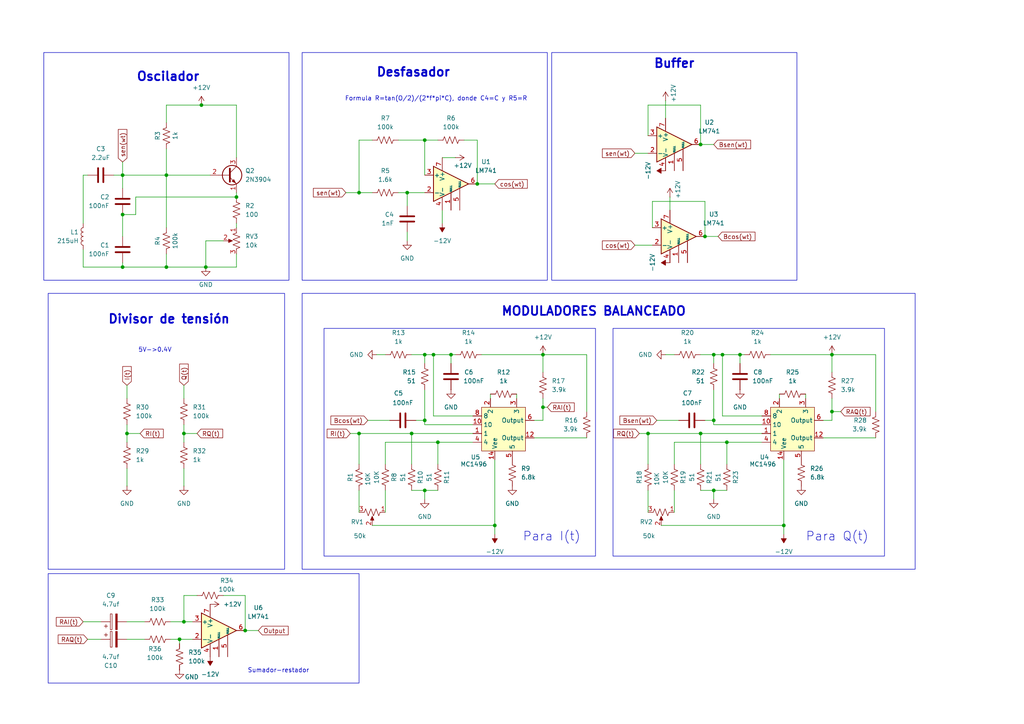
<source format=kicad_sch>
(kicad_sch (version 20250114) (generator "eeschema") (generator_version "9.0")
  (paper "A4")
  (title_block (title "QAM práctica laboratorio 3") (company "Universidad Distrital Francisco José de Caldas") (comment 1 "Luis Angel Camargo Guzman - 20221005086") (comment 2 "Joan Sebastian Ramos Cuervo - 20221005091") (comment 3 "Cristian Francisco Enciso"))
  (lib_symbols
    (symbol "Amplifier_Operational:LM741" (pin_names (offset 0.127))
      (property "Reference" "U" (at 0 6.35 0))
      (property "Value" "LM741" (at 0 3.81 0))
      (symbol "LM741_0_1"
        (polyline (pts (xy -5.08 5.08) (xy 5.08 0) (xy -5.08 -5.08) (xy -5.08 5.08)) (stroke (width 0.254)) (fill (type background)))
      )
      (symbol "LM741_1_1"
        (pin input line (at -7.62 2.54 0) (length 2.54) (name "+") (number "3"))
        (pin input line (at -7.62 -2.54 0) (length 2.54) (name "-") (number "2"))
        (pin power_in line (at -2.54 7.62 270) (length 3.81) (name "V+") (number "7"))
        (pin power_in line (at -2.54 -7.62 90) (length 3.81) (name "V-") (number "4"))
        (pin no_connect line (at 0 2.54 270) (length 2.54) (hide yes) (name "NC") (number "8"))
        (pin input line (at 0 -7.62 90) (length 5.08) (name "NULL") (number "1"))
        (pin input line (at 2.54 -7.62 90) (length 6.35) (name "NULL") (number "5"))
        (pin output line (at 7.62 0 180) (length 2.54) (name "~") (number "6"))
      )
    )
    (symbol "Device:C" (pin_numbers (hide yes)) (pin_names (offset 0.254))
      (property "Reference" "C" (at 0.635 2.54 0))
      (property "Value" "C" (at 0.635 -2.54 0))
      (symbol "C_0_1"
        (polyline (pts (xy -2.032 0.762) (xy 2.032 0.762)) (stroke (width 0.508)))
        (polyline (pts (xy -2.032 -0.762) (xy 2.032 -0.762)) (stroke (width 0.508)))
      )
      (symbol "C_1_1"
        (pin passive line (at 0 3.81 270) (length 2.794) (name "~") (number "1"))
        (pin passive line (at 0 -3.81 90) (length 2.794) (name "~") (number "2"))
      )
    )
    (symbol "Device:C_Polarized" (pin_numbers (hide yes)) (pin_names (offset 0.254))
      (property "Reference" "C" (at 0.635 2.54 0))
      (property "Value" "C_Polarized" (at 0.635 -2.54 0))
      (symbol "C_Polarized_0_1"
        (rectangle (start -2.286 0.508) (end 2.286 1.016))
        (polyline (pts (xy -1.778 2.286) (xy -0.762 2.286)))
        (polyline (pts (xy -1.27 2.794) (xy -1.27 1.778)))
        (rectangle (start 2.286 -0.508) (end -2.286 -1.016) (fill (type outline)))
      )
      (symbol "C_Polarized_1_1"
        (pin passive line (at 0 3.81 270) (length 2.794) (name "~") (number "1"))
        (pin passive line (at 0 -3.81 90) (length 2.794) (name "~") (number "2"))
      )
    )
    (symbol "Device:L" (pin_numbers (hide yes)) (pin_names (offset 1.016) (hide yes))
      (property "Reference" "L" (at -1.27 0 90))
      (property "Value" "L" (at 1.905 0 90))
      (symbol "L_0_1"
        (arc (start 0 2.54) (mid 0.6323 1.905) (end 0 1.27))
        (arc (start 0 1.27) (mid 0.6323 0.635) (end 0 0))
        (arc (start 0 0) (mid 0.6323 -0.635) (end 0 -1.27))
        (arc (start 0 -1.27) (mid 0.6323 -1.905) (end 0 -2.54))
      )
      (symbol "L_1_1"
        (pin passive line (at 0 3.81 270) (length 1.27) (name "1") (number "1"))
        (pin passive line (at 0 -3.81 90) (length 1.27) (name "2") (number "2"))
      )
    )
    (symbol "Device:R_Potentiometer_US" (pin_names (offset 1.016) (hide yes))
      (property "Reference" "RV" (at -4.445 0 90))
      (property "Value" "R_Potentiometer_US" (at -2.54 0 90))
      (symbol "R_Potentiometer_US_0_1"
        (polyline (pts (xy 0 2.54) (xy 0 2.286)))
        (polyline (pts (xy 0 2.286) (xy 1.016 1.905) (xy 0 1.524) (xy -1.016 1.143) (xy 0 0.762)))
        (polyline (pts (xy 0 0.762) (xy 1.016 0.381) (xy 0 0) (xy -1.016 -0.381) (xy 0 -0.762)))
        (polyline (pts (xy 0 -0.762) (xy 1.016 -1.143) (xy 0 -1.524) (xy -1.016 -1.905) (xy 0 -2.286)))
        (polyline (pts (xy 0 -2.286) (xy 0 -2.54)))
        (polyline (pts (xy 1.143 0) (xy 2.286 0.508) (xy 2.286 -0.508) (xy 1.143 0)) (fill (type outline)))
        (polyline (pts (xy 2.54 0) (xy 1.524 0)))
      )
      (symbol "R_Potentiometer_US_1_1"
        (pin passive line (at 0 3.81 270) (length 1.27) (name "1") (number "1"))
        (pin passive line (at 0 -3.81 90) (length 1.27) (name "3") (number "3"))
        (pin passive line (at 3.81 0 180) (length 1.27) (name "2") (number "2"))
      )
    )
    (symbol "Device:R_US" (pin_numbers (hide yes)) (pin_names (offset 0))
      (property "Reference" "R" (at 2.54 0 90))
      (property "Value" "R_US" (at -2.54 0 90))
      (symbol "R_US_0_1"
        (polyline (pts (xy 0 2.286) (xy 0 2.54)))
        (polyline (pts (xy 0 2.286) (xy 1.016 1.905) (xy 0 1.524) (xy -1.016 1.143) (xy 0 0.762)))
        (polyline (pts (xy 0 0.762) (xy 1.016 0.381) (xy 0 0) (xy -1.016 -0.381) (xy 0 -0.762)))
        (polyline (pts (xy 0 -0.762) (xy 1.016 -1.143) (xy 0 -1.524) (xy -1.016 -1.905) (xy 0 -2.286)))
        (polyline (pts (xy 0 -2.286) (xy 0 -2.54)))
      )
      (symbol "R_US_1_1"
        (pin passive line (at 0 3.81 270) (length 1.27) (name "~") (number "1"))
        (pin passive line (at 0 -3.81 90) (length 1.27) (name "~") (number "2"))
      )
    )
    (symbol "Transistor_BJT:2N3904" (pin_names (offset 0) (hide yes))
      (property "Reference" "Q" (at 5.08 1.905 0))
      (property "Value" "2N3904" (at 5.08 0 0))
      (symbol "2N3904_0_1"
        (polyline (pts (xy -2.54 0) (xy 0.635 0)))
        (polyline (pts (xy 0.635 1.905) (xy 0.635 -1.905)) (stroke (width 0.508)))
        (circle (center 1.27 0) (radius 2.8194) (stroke (width 0.254)))
      )
      (symbol "2N3904_1_1"
        (polyline (pts (xy 0.635 0.635) (xy 2.54 2.54)))
        (polyline (pts (xy 0.635 -0.635) (xy 2.54 -2.54)))
        (polyline (pts (xy 1.27 -1.778) (xy 1.778 -1.27) (xy 2.286 -2.286) (xy 1.27 -1.778)) (fill (type outline)))
        (pin input line (at -5.08 0 0) (length 2.54) (name "B") (number "2"))
        (pin passive line (at 2.54 5.08 270) (length 2.54) (name "C") (number "3"))
        (pin passive line (at 2.54 -5.08 90) (length 2.54) (name "E") (number "1"))
      )
    )
    (symbol "otros_componentes:MC1429_square"
      (property "Reference" "U5" (at 7.62 -15.1698 0))
      (property "Value" "MC1496" (at -3.302 -24.384 0))
      (symbol "MC1429_square_1_1"
        (rectangle (start -10.16 -17.78) (end 2.54 -30.48) (fill (type background)))
        (pin input line (at -12.7 -20.32 0) (length 2.54) (name "8") (number "8"))
        (pin input line (at -12.7 -22.86 0) (length 2.54) (name "10") (number "10"))
        (pin input line (at -12.7 -25.4 0) (length 2.54) (name "1") (number "1"))
        (pin input line (at -12.7 -27.94 0) (length 2.54) (name "4") (number "4"))
        (pin input line (at -7.62 -15.24 270) (length 2.54) (name "2") (number "2"))
        (pin power_in line (at -6.35 -33.02 90) (length 2.54) (name "Vee") (number "14"))
        (pin input line (at -1.27 -33.02 90) (length 2.54) (name "5") (number "5"))
        (pin input line (at 0 -15.24 270) (length 2.54) (name "3") (number "3"))
        (pin output line (at 5.08 -21.59 180) (length 2.54) (name "Output") (number "6"))
        (pin output line (at 5.08 -26.67 180) (length 2.54) (name "Output") (number "12"))
      )
    )
    (symbol "power:+12V" (power) (pin_numbers (hide yes)) (pin_names (offset 0) (hide yes))
      (property "Value" "+12V" (at 0 3.556 0))
      (symbol "+12V_0_1"
        (polyline (pts (xy -0.762 1.27) (xy 0 2.54)))
        (polyline (pts (xy 0 2.54) (xy 0.762 1.27)))
        (polyline (pts (xy 0 0) (xy 0 2.54)))
      )
      (symbol "+12V_1_1"
        (pin power_in line (at 0 0 90) (length 0) (name "~") (number "1"))
      )
    )
    (symbol "power:-12V" (power) (pin_numbers (hide yes)) (pin_names (offset 0) (hide yes))
      (property "Value" "-12V" (at 0 3.556 0))
      (symbol "-12V_0_0"
        (pin power_in line (at 0 0 90) (length 0) (name "~") (number "1"))
      )
      (symbol "-12V_0_1"
        (polyline (pts (xy 0 0) (xy 0 1.27) (xy 0.762 1.27) (xy 0 2.54) (xy -0.762 1.27) (xy 0 1.27)) (fill (type outline)))
      )
    )
    (symbol "power:GND" (power) (pin_numbers (hide yes)) (pin_names (offset 0) (hide yes))
      (property "Value" "GND" (at 0 -3.81 0))
      (symbol "GND_0_1"
        (polyline (pts (xy 0 0) (xy 0 -1.27) (xy 1.27 -1.27) (xy 0 -2.54) (xy -1.27 -1.27) (xy 0 -1.27)))
      )
      (symbol "GND_1_1"
        (pin power_in line (at 0 0 270) (length 0) (name "~") (number "1"))
      )
    )
  )
  (rectangle (start 87.63 85.09) (end 265.43 165.1))
  (rectangle (start 12.7 15.24) (end 83.82 81.28))
  (rectangle (start 87.63 15.24) (end 158.75 81.28))
  (rectangle (start 177.8 95.25) (end 256.54 161.29))
  (rectangle (start 160.02 15.24) (end 231.14 81.28))
  (rectangle (start 93.98 95.25) (end 172.72 161.29))
  (rectangle (start 13.97 166.37) (end 104.14 198.12))
  (rectangle (start 13.97 85.09) (end 82.55 165.1))
  (text "5V->0.4V" (at 44.958 101.6 0) (effects (font (size 1.27 1.27))))
  (text "Formula R=tan(O/2)/(2*f*pi*C), donde C4=C y R5=R" (at 126.492 28.702 0) (effects (font (size 1.27 1.27))))
  (text "Divisor de tensión\n" (at 49.022 92.71 0) (effects (font (size 2.54 2.54) (thickness 0.508) (bold yes))))
  (text "MODULADORES BALANCEADO" (at 172.212 90.424 0) (effects (font (size 2.54 2.54) (thickness 0.508) (bold yes))))
  (text "Para I(t)\n" (at 160.02 155.702 0) (effects (font (size 2.54 2.54))))
  (text "Buffer" (at 195.58 18.542 0) (effects (font (size 2.54 2.54) (thickness 0.508) (bold yes))))
  (text "Oscilador\n" (at 48.768 22.352 0) (effects (font (size 2.54 2.54) (thickness 0.508) (bold yes))))
  (text "Sumador-restador" (at 80.772 194.564 0) (effects (font (size 1.27 1.27))))
  (text "Desfasador" (at 119.888 21.082 0) (effects (font (size 2.54 2.54) (thickness 0.508) (bold yes))))
  (text "Para Q(t)\n" (at 242.824 155.702 0) (effects (font (size 2.54 2.54))))
  (junction (at 209.55 102.87))
  (junction (at 125.73 102.87))
  (junction (at 203.2 41.91))
  (junction (at 104.14 125.73))
  (junction (at 71.12 182.88))
  (junction (at 214.63 102.87))
  (junction (at 210.82 128.27))
  (junction (at 52.07 185.42))
  (junction (at 138.43 53.34))
  (junction (at 157.48 118.11))
  (junction (at 104.14 55.88))
  (junction (at 203.2 125.73))
  (junction (at 143.51 152.4))
  (junction (at 157.48 102.87))
  (junction (at 35.56 62.23))
  (junction (at 59.69 77.47))
  (junction (at 35.56 77.47))
  (junction (at 204.47 68.58))
  (junction (at 53.34 125.73))
  (junction (at 207.01 121.92))
  (junction (at 130.81 102.87))
  (junction (at 207.01 102.87))
  (junction (at 187.96 125.73))
  (junction (at 123.19 40.64))
  (junction (at 123.19 102.87))
  (junction (at 241.3 119.38))
  (junction (at 68.58 57.15))
  (junction (at 123.19 121.92))
  (junction (at 227.33 152.4))
  (junction (at 119.38 125.73))
  (junction (at 241.3 102.87))
  (junction (at 48.26 50.8))
  (junction (at 123.19 142.24))
  (junction (at 48.26 77.47))
  (junction (at 35.56 50.8))
  (junction (at 127 128.27))
  (junction (at 207.01 142.24))
  (junction (at 118.11 55.88))
  (junction (at 36.83 125.73))
  (junction (at 53.34 180.34))
  (junction (at 58.42 30.48))
  (wire (pts (xy 207.01 123.19) (xy 220.98 123.19)))
  (wire (pts (xy 115.57 40.64) (xy 123.19 40.64)))
  (wire (pts (xy 53.34 123.19) (xy 53.34 125.73)))
  (wire (pts (xy 128.27 60.96) (xy 128.27 64.77)))
  (wire (pts (xy 191.77 152.4) (xy 227.33 152.4)))
  (wire (pts (xy 68.58 64.77) (xy 68.58 66.04)))
  (wire (pts (xy 123.19 113.03) (xy 123.19 121.92)))
  (wire (pts (xy 115.57 55.88) (xy 118.11 55.88)))
  (wire (pts (xy 57.15 172.72) (xy 53.34 172.72)))
  (wire (pts (xy 203.2 125.73) (xy 220.98 125.73)))
  (wire (pts (xy 36.83 123.19) (xy 36.83 125.73)))
  (wire (pts (xy 64.77 172.72) (xy 71.12 172.72)))
  (wire (pts (xy 53.34 125.73) (xy 57.15 125.73)))
  (wire (pts (xy 71.12 182.88) (xy 74.93 182.88)))
  (wire (pts (xy 35.56 50.8) (xy 35.56 54.61)))
  (wire (pts (xy 39.37 57.15) (xy 68.58 57.15)))
  (wire (pts (xy 193.04 29.21) (xy 193.04 34.29)))
  (wire (pts (xy 48.26 30.48) (xy 58.42 30.48)))
  (wire (pts (xy 36.83 125.73) (xy 40.64 125.73)))
  (wire (pts (xy 123.19 121.92) (xy 123.19 123.19)))
  (wire (pts (xy 226.06 114.3) (xy 226.06 115.57)))
  (wire (pts (xy 139.7 102.87) (xy 157.48 102.87)))
  (wire (pts (xy 170.18 119.38) (xy 170.18 102.87)))
  (wire (pts (xy 48.26 77.47) (xy 59.69 77.47)))
  (wire (pts (xy 157.48 121.92) (xy 154.94 121.92)))
  (wire (pts (xy 59.69 77.47) (xy 68.58 77.47)))
  (wire (pts (xy 143.51 154.94) (xy 143.51 152.4)))
  (wire (pts (xy 187.96 142.24) (xy 187.96 148.59)))
  (wire (pts (xy 123.19 142.24) (xy 123.19 144.78)))
  (wire (pts (xy 104.14 125.73) (xy 119.38 125.73)))
  (wire (pts (xy 220.98 120.65) (xy 209.55 120.65)))
  (wire (pts (xy 125.73 102.87) (xy 130.81 102.87)))
  (wire (pts (xy 220.98 128.27) (xy 210.82 128.27)))
  (wire (pts (xy 58.42 30.48) (xy 68.58 30.48)))
  (wire (pts (xy 210.82 128.27) (xy 195.58 128.27)))
  (wire (pts (xy 187.96 30.48) (xy 203.2 30.48)))
  (wire (pts (xy 241.3 115.57) (xy 241.3 119.38)))
  (wire (pts (xy 24.13 180.34) (xy 29.21 180.34)))
  (wire (pts (xy 36.83 135.89) (xy 36.83 140.97)))
  (wire (pts (xy 35.56 76.2) (xy 35.56 77.47)))
  (wire (pts (xy 39.37 62.23) (xy 39.37 57.15)))
  (wire (pts (xy 194.31 57.15) (xy 194.31 60.96)))
  (wire (pts (xy 100.33 55.88) (xy 104.14 55.88)))
  (wire (pts (xy 59.69 69.85) (xy 59.69 77.47)))
  (wire (pts (xy 53.34 180.34) (xy 55.88 180.34)))
  (wire (pts (xy 24.13 50.8) (xy 24.13 64.77)))
  (wire (pts (xy 157.48 102.87) (xy 157.48 107.95)))
  (wire (pts (xy 189.23 66.04) (xy 189.23 58.42)))
  (wire (pts (xy 119.38 125.73) (xy 137.16 125.73)))
  (wire (pts (xy 111.76 128.27) (xy 111.76 134.62)))
  (wire (pts (xy 123.19 102.87) (xy 119.38 102.87)))
  (wire (pts (xy 134.62 40.64) (xy 138.43 40.64)))
  (wire (pts (xy 104.14 40.64) (xy 104.14 55.88)))
  (wire (pts (xy 104.14 142.24) (xy 104.14 148.59)))
  (wire (pts (xy 214.63 105.41) (xy 214.63 102.87)))
  (wire (pts (xy 107.95 152.4) (xy 143.51 152.4)))
  (wire (pts (xy 158.75 118.11) (xy 157.48 118.11)))
  (wire (pts (xy 243.84 119.38) (xy 241.3 119.38)))
  (wire (pts (xy 109.22 102.87) (xy 111.76 102.87)))
  (wire (pts (xy 204.47 58.42) (xy 204.47 68.58)))
  (wire (pts (xy 33.02 50.8) (xy 35.56 50.8)))
  (wire (pts (xy 207.01 142.24) (xy 207.01 144.78)))
  (wire (pts (xy 203.2 30.48) (xy 203.2 41.91)))
  (wire (pts (xy 25.4 50.8) (xy 24.13 50.8)))
  (wire (pts (xy 52.07 185.42) (xy 52.07 186.69)))
  (wire (pts (xy 104.14 134.62) (xy 104.14 125.73)))
  (wire (pts (xy 193.04 102.87) (xy 195.58 102.87)))
  (wire (pts (xy 143.51 133.35) (xy 143.51 152.4)))
  (wire (pts (xy 207.01 113.03) (xy 207.01 121.92)))
  (wire (pts (xy 157.48 118.11) (xy 157.48 121.92)))
  (wire (pts (xy 204.47 68.58) (xy 208.28 68.58)))
  (wire (pts (xy 48.26 50.8) (xy 48.26 66.04)))
  (wire (pts (xy 130.81 102.87) (xy 132.08 102.87)))
  (wire (pts (xy 154.94 127) (xy 170.18 127)))
  (wire (pts (xy 53.34 125.73) (xy 53.34 128.27)))
  (wire (pts (xy 203.2 125.73) (xy 203.2 134.62)))
  (wire (pts (xy 35.56 50.8) (xy 48.26 50.8)))
  (wire (pts (xy 68.58 55.88) (xy 68.58 57.15)))
  (wire (pts (xy 187.96 134.62) (xy 187.96 125.73)))
  (wire (pts (xy 157.48 115.57) (xy 157.48 118.11)))
  (wire (pts (xy 104.14 55.88) (xy 107.95 55.88)))
  (wire (pts (xy 52.07 185.42) (xy 55.88 185.42)))
  (wire (pts (xy 48.26 50.8) (xy 60.96 50.8)))
  (wire (pts (xy 123.19 50.8) (xy 123.19 40.64)))
  (wire (pts (xy 241.3 102.87) (xy 254 102.87)))
  (wire (pts (xy 210.82 128.27) (xy 210.82 134.62)))
  (wire (pts (xy 137.16 128.27) (xy 127 128.27)))
  (wire (pts (xy 118.11 55.88) (xy 118.11 59.69)))
  (wire (pts (xy 190.5 121.92) (xy 196.85 121.92)))
  (wire (pts (xy 214.63 102.87) (xy 215.9 102.87)))
  (wire (pts (xy 119.38 125.73) (xy 119.38 134.62)))
  (wire (pts (xy 120.65 121.92) (xy 123.19 121.92)))
  (wire (pts (xy 104.14 40.64) (xy 107.95 40.64)))
  (wire (pts (xy 68.58 30.48) (xy 68.58 45.72)))
  (wire (pts (xy 36.83 125.73) (xy 36.83 128.27)))
  (wire (pts (xy 35.56 62.23) (xy 39.37 62.23)))
  (wire (pts (xy 142.24 114.3) (xy 142.24 115.57)))
  (wire (pts (xy 123.19 40.64) (xy 127 40.64)))
  (wire (pts (xy 138.43 53.34) (xy 143.51 53.34)))
  (wire (pts (xy 132.08 45.72) (xy 128.27 45.72)))
  (wire (pts (xy 48.26 43.18) (xy 48.26 50.8)))
  (wire (pts (xy 209.55 102.87) (xy 214.63 102.87)))
  (wire (pts (xy 149.86 114.3) (xy 149.86 115.57)))
  (wire (pts (xy 241.3 121.92) (xy 238.76 121.92)))
  (wire (pts (xy 227.33 133.35) (xy 227.33 152.4)))
  (wire (pts (xy 207.01 102.87) (xy 207.01 105.41)))
  (wire (pts (xy 207.01 142.24) (xy 210.82 142.24)))
  (wire (pts (xy 204.47 121.92) (xy 207.01 121.92)))
  (wire (pts (xy 207.01 102.87) (xy 203.2 102.87)))
  (wire (pts (xy 223.52 102.87) (xy 241.3 102.87)))
  (wire (pts (xy 241.3 119.38) (xy 241.3 121.92)))
  (wire (pts (xy 241.3 102.87) (xy 241.3 107.95)))
  (wire (pts (xy 187.96 39.37) (xy 187.96 30.48)))
  (wire (pts (xy 68.58 73.66) (xy 68.58 77.47)))
  (wire (pts (xy 184.15 44.45) (xy 187.96 44.45)))
  (wire (pts (xy 35.56 77.47) (xy 48.26 77.47)))
  (wire (pts (xy 53.34 135.89) (xy 53.34 140.97)))
  (wire (pts (xy 207.01 121.92) (xy 207.01 123.19)))
  (wire (pts (xy 35.56 62.23) (xy 35.56 68.58)))
  (wire (pts (xy 101.6 125.73) (xy 104.14 125.73)))
  (wire (pts (xy 24.13 77.47) (xy 35.56 77.47)))
  (wire (pts (xy 118.11 69.85) (xy 118.11 67.31)))
  (wire (pts (xy 233.68 114.3) (xy 233.68 115.57)))
  (wire (pts (xy 118.11 55.88) (xy 123.19 55.88)))
  (wire (pts (xy 138.43 40.64) (xy 138.43 53.34)))
  (wire (pts (xy 24.13 72.39) (xy 24.13 77.47)))
  (wire (pts (xy 184.15 71.12) (xy 189.23 71.12)))
  (wire (pts (xy 238.76 127) (xy 254 127)))
  (wire (pts (xy 125.73 102.87) (xy 123.19 102.87)))
  (wire (pts (xy 195.58 142.24) (xy 195.58 148.59)))
  (wire (pts (xy 189.23 58.42) (xy 204.47 58.42)))
  (wire (pts (xy 137.16 120.65) (xy 125.73 120.65)))
  (wire (pts (xy 48.26 30.48) (xy 48.26 35.56)))
  (wire (pts (xy 127 128.27) (xy 111.76 128.27)))
  (wire (pts (xy 127 128.27) (xy 127 134.62)))
  (wire (pts (xy 36.83 180.34) (xy 41.91 180.34)))
  (wire (pts (xy 36.83 111.76) (xy 36.83 115.57)))
  (wire (pts (xy 36.83 185.42) (xy 41.91 185.42)))
  (wire (pts (xy 125.73 120.65) (xy 125.73 102.87)))
  (wire (pts (xy 123.19 142.24) (xy 127 142.24)))
  (wire (pts (xy 53.34 172.72) (xy 53.34 180.34)))
  (wire (pts (xy 71.12 172.72) (xy 71.12 182.88)))
  (wire (pts (xy 49.53 185.42) (xy 52.07 185.42)))
  (wire (pts (xy 25.4 185.42) (xy 29.21 185.42)))
  (wire (pts (xy 119.38 142.24) (xy 123.19 142.24)))
  (wire (pts (xy 227.33 154.94) (xy 227.33 152.4)))
  (wire (pts (xy 254 119.38) (xy 254 102.87)))
  (wire (pts (xy 185.42 125.73) (xy 187.96 125.73)))
  (wire (pts (xy 64.77 69.85) (xy 59.69 69.85)))
  (wire (pts (xy 157.48 102.87) (xy 170.18 102.87)))
  (wire (pts (xy 130.81 105.41) (xy 130.81 102.87)))
  (wire (pts (xy 35.56 46.99) (xy 35.56 50.8)))
  (wire (pts (xy 106.68 121.92) (xy 113.03 121.92)))
  (wire (pts (xy 123.19 123.19) (xy 137.16 123.19)))
  (wire (pts (xy 49.53 180.34) (xy 53.34 180.34)))
  (wire (pts (xy 203.2 41.91) (xy 207.01 41.91)))
  (wire (pts (xy 123.19 102.87) (xy 123.19 105.41)))
  (wire (pts (xy 48.26 73.66) (xy 48.26 77.47)))
  (wire (pts (xy 111.76 142.24) (xy 111.76 148.59)))
  (wire (pts (xy 195.58 128.27) (xy 195.58 134.62)))
  (wire (pts (xy 187.96 125.73) (xy 203.2 125.73)))
  (wire (pts (xy 53.34 111.76) (xy 53.34 115.57)))
  (wire (pts (xy 203.2 142.24) (xy 207.01 142.24)))
  (wire (pts (xy 209.55 120.65) (xy 209.55 102.87)))
  (wire (pts (xy 209.55 102.87) (xy 207.01 102.87)))
  (global_label "sen(wt)" (shape input) (at 35.56 46.99 90) (property "Intersheetrefs" "${INTERSHEET_REFS}" (effects (hide yes))))
  (global_label "Q(t)" (shape input) (at 53.34 111.76 90) (property "Intersheetrefs" "${INTERSHEET_REFS}" (effects (hide yes))))
  (global_label "cos(wt)" (shape input) (at 143.51 53.34 0) (property "Intersheetrefs" "${INTERSHEET_REFS}" (effects (hide yes))))
  (global_label "Bcos(wt)" (shape input) (at 106.68 121.92 180) (property "Intersheetrefs" "${INTERSHEET_REFS}" (effects (hide yes))))
  (global_label "I(t)" (shape input) (at 36.83 111.76 90) (property "Intersheetrefs" "${INTERSHEET_REFS}" (effects (hide yes))))
  (global_label "sen(wt)" (shape input) (at 184.15 44.45 180) (property "Intersheetrefs" "${INTERSHEET_REFS}" (effects (hide yes))))
  (global_label "RAQ(t)" (shape input) (at 243.84 119.38 0) (property "Intersheetrefs" "${INTERSHEET_REFS}" (effects (hide yes))))
  (global_label "RI(t)" (shape input) (at 101.6 125.73 180) (property "Intersheetrefs" "${INTERSHEET_REFS}" (effects (hide yes))))
  (global_label "Bcos(wt)" (shape input) (at 208.28 68.58 0) (property "Intersheetrefs" "${INTERSHEET_REFS}" (effects (hide yes))))
  (global_label "RAI(t)" (shape input) (at 24.13 180.34 180) (property "Intersheetrefs" "${INTERSHEET_REFS}" (effects (hide yes))))
  (global_label "Output" (shape input) (at 74.93 182.88 0) (property "Intersheetrefs" "${INTERSHEET_REFS}" (effects (hide yes))))
  (global_label "RQ(t)" (shape input) (at 185.42 125.73 180) (property "Intersheetrefs" "${INTERSHEET_REFS}" (effects (hide yes))))
  (global_label "RAQ(t)" (shape input) (at 25.4 185.42 180) (property "Intersheetrefs" "${INTERSHEET_REFS}" (effects (hide yes))))
  (global_label "Bsen(wt)" (shape input) (at 207.01 41.91 0) (property "Intersheetrefs" "${INTERSHEET_REFS}" (effects (hide yes))))
  (global_label "Bsen(wt)" (shape input) (at 190.5 121.92 180) (property "Intersheetrefs" "${INTERSHEET_REFS}" (effects (hide yes))))
  (global_label "RQ(t)" (shape input) (at 57.15 125.73 0) (property "Intersheetrefs" "${INTERSHEET_REFS}" (effects (hide yes))))
  (global_label "sen(wt)" (shape input) (at 100.33 55.88 180) (property "Intersheetrefs" "${INTERSHEET_REFS}" (effects (hide yes))))
  (global_label "RI(t)" (shape input) (at 40.64 125.73 0) (property "Intersheetrefs" "${INTERSHEET_REFS}" (effects (hide yes))))
  (global_label "RAI(t)" (shape input) (at 158.75 118.11 0) (property "Intersheetrefs" "${INTERSHEET_REFS}" (effects (hide yes))))
  (global_label "cos(wt)" (shape input) (at 184.15 71.12 180) (property "Intersheetrefs" "${INTERSHEET_REFS}" (effects (hide yes))))
  (symbol (lib_id "power:GND") (at 53.34 140.97 0) (unit 1)
    (property "Reference" "#PWR023" (effects (hide yes)))
    (property "Value" "GND" (at 53.34 146.05 0))
    (property "Description" "Power symbol creates a global label with name \"GND\" , ground" (effects (hide yes)))
  )
  (symbol (lib_id "Device:R_US") (at 203.2 138.43 0) (unit 1)
    (property "Reference" "R21" (at 205.74 138.43 90))
    (property "Value" "51" (at 200.66 138.43 90))
    (property "Description" "Resistor, US symbol" (effects (hide yes)))
  )
  (symbol (lib_id "Device:R_US") (at 115.57 102.87 270) (unit 1)
    (property "Reference" "R13" (at 115.57 96.52 90))
    (property "Value" "1k" (at 115.57 99.06 90))
    (property "Description" "Resistor, US symbol" (effects (hide yes)))
  )
  (symbol (lib_id "Amplifier_Operational:LM741") (at 63.5 182.88 0) (unit 1)
    (property "Reference" "U6" (at 74.93 176.276 0))
    (property "Value" "LM741" (at 74.93 178.816 0))
    (property "Datasheet" "http://www.ti.com/lit/ds/symlink/lm741.pdf" (effects (hide yes)))
    (property "Description" "Operational Amplifier, DIP-8/TO-99-8" (effects (hide yes)))
  )
  (symbol (lib_id "Device:R_Potentiometer_US") (at 191.77 148.59 270) (unit 1)
    (property "Reference" "RV2" (at 187.452 151.384 90))
    (property "Value" "50k" (at 188.214 155.448 90))
    (property "Description" "Potentiometer, US symbol" (effects (hide yes)))
  )
  (symbol (lib_id "Device:C_Polarized") (at 33.02 185.42 90) (mirror x) (unit 1)
    (property "Reference" "C10" (at 32.131 193.04 90))
    (property "Value" "4.7uf" (at 32.131 190.5 90))
    (property "Description" "Polarized capacitor" (effects (hide yes)))
  )
  (symbol (lib_id "Device:R_US") (at 53.34 132.08 0) (unit 1)
    (property "Reference" "R32" (at 55.88 130.8099 0) (effects (justify left)))
    (property "Value" "1k" (at 55.88 133.3499 0) (effects (justify left)))
    (property "Description" "Resistor, US symbol" (effects (hide yes)))
  )
  (symbol (lib_id "Amplifier_Operational:LM741") (at 195.58 41.91 0) (unit 1)
    (property "Reference" "U2" (at 205.74 35.4898 0))
    (property "Value" "LM741" (at 205.74 38.0298 0))
    (property "Datasheet" "http://www.ti.com/lit/ds/symlink/lm741.pdf" (effects (hide yes)))
    (property "Description" "Operational Amplifier, DIP-8/TO-99-8" (effects (hide yes)))
  )
  (symbol (lib_id "Device:R_US") (at 48.26 39.37 0) (mirror y) (unit 1)
    (property "Reference" "R3" (at 45.72 39.37 90))
    (property "Value" "1k" (at 50.8 39.37 90))
    (property "Description" "Resistor, US symbol" (effects (hide yes)))
  )
  (symbol (lib_id "Device:R_US") (at 123.19 109.22 0) (unit 1)
    (property "Reference" "R15" (at 120.65 107.9499 0) (effects (justify right)))
    (property "Value" "51" (at 120.65 110.4899 0) (effects (justify right)))
    (property "Description" "Resistor, US symbol" (effects (hide yes)))
  )
  (symbol (lib_id "Amplifier_Operational:LM741") (at 130.81 53.34 0) (unit 1)
    (property "Reference" "U1" (at 140.97 46.9198 0))
    (property "Value" "LM741" (at 140.97 49.4598 0))
    (property "Datasheet" "http://www.ti.com/lit/ds/symlink/lm741.pdf" (effects (hide yes)))
    (property "Description" "Operational Amplifier, DIP-8/TO-99-8" (effects (hide yes)))
  )
  (symbol (lib_id "power:GND") (at 123.19 144.78 0) (unit 1)
    (property "Reference" "#PWR012" (effects (hide yes)))
    (property "Value" "GND" (at 123.19 149.86 0))
    (property "Description" "Power symbol creates a global label with name \"GND\" , ground" (effects (hide yes)))
  )
  (symbol (lib_id "Device:R_US") (at 111.76 138.43 0) (unit 1)
    (property "Reference" "R8" (at 114.3 138.43 90))
    (property "Value" "10K" (at 109.22 138.43 90))
    (property "Description" "Resistor, US symbol" (effects (hide yes)))
  )
  (symbol (lib_id "Device:R_US") (at 241.3 111.76 0) (unit 1)
    (property "Reference" "R27" (at 243.84 110.4899 0) (effects (justify left)))
    (property "Value" "3.9k" (at 243.84 113.0299 0) (effects (justify left)))
    (property "Description" "Resistor, US symbol" (effects (hide yes)))
  )
  (symbol (lib_id "power:GND") (at 109.22 102.87 270) (unit 1)
    (property "Reference" "#PWR014" (effects (hide yes)))
    (property "Value" "GND" (at 105.41 102.8699 90) (effects (justify right)))
    (property "Description" "Power symbol creates a global label with name \"GND\" , ground" (effects (hide yes)))
  )
  (symbol (lib_id "Device:R_US") (at 229.87 114.3 90) (unit 1)
    (property "Reference" "R25" (at 229.87 107.95 90))
    (property "Value" "1k" (at 229.87 110.49 90))
    (property "Description" "Resistor, US symbol" (effects (hide yes)))
  )
  (symbol (lib_id "Device:R_US") (at 127 138.43 0) (unit 1)
    (property "Reference" "R11" (at 129.54 138.43 90))
    (property "Value" "51" (at 124.46 138.43 90))
    (property "Description" "Resistor, US symbol" (effects (hide yes)))
  )
  (symbol (lib_id "Device:C") (at 200.66 121.92 90) (unit 1)
    (property "Reference" "C7" (at 199.39 114.046 90))
    (property "Value" "100nF" (at 200.66 116.84 90))
    (property "Description" "Unpolarized capacitor" (effects (hide yes)))
  )
  (symbol (lib_id "power:GND") (at 118.11 69.85 0) (unit 1)
    (property "Reference" "#PWR3" (effects (hide yes)))
    (property "Value" "GND" (at 118.11 74.93 0))
    (property "Description" "Power symbol creates a global label with name \"GND\" , ground" (effects (hide yes)))
  )
  (symbol (lib_id "power:-12V") (at 193.04 49.53 90) (mirror x) (unit 1)
    (property "Reference" "#PWR8" (effects (hide yes)))
    (property "Value" "-12V" (at 187.96 49.53 0))
    (property "Description" "Power symbol creates a global label with name \"-12V\"" (effects (hide yes)))
  )
  (symbol (lib_id "Device:C") (at 116.84 121.92 90) (unit 1)
    (property "Reference" "C5" (at 115.57 114.046 90))
    (property "Value" "100nF" (at 116.84 116.84 90))
    (property "Description" "Unpolarized capacitor" (effects (hide yes)))
  )
  (symbol (lib_id "power:GND") (at 52.07 194.31 0) (unit 1)
    (property "Reference" "#PWR024" (effects (hide yes)))
    (property "Value" "GND" (at 55.626 196.342 0))
    (property "Description" "Power symbol creates a global label with name \"GND\" , ground" (effects (hide yes)))
  )
  (symbol (lib_id "Device:R_US") (at 36.83 119.38 0) (unit 1)
    (property "Reference" "R30" (at 39.37 118.1099 0) (effects (justify left)))
    (property "Value" "100k" (at 39.37 120.6499 0) (effects (justify left)))
    (property "Description" "Resistor, US symbol" (effects (hide yes)))
  )
  (symbol (lib_id "Device:C") (at 118.11 63.5 0) (mirror y) (unit 1)
    (property "Reference" "C4" (at 114.3 62.2299 0) (effects (justify left)))
    (property "Value" "1nF" (at 114.3 64.7699 0) (effects (justify left)))
    (property "Description" "Unpolarized capacitor" (effects (hide yes)))
  )
  (symbol (lib_id "power:-12V") (at 128.27 64.77 0) (mirror x) (unit 1)
    (property "Reference" "#PWR5" (effects (hide yes)))
    (property "Value" "-12V" (at 128.27 69.85 0))
    (property "Description" "Power symbol creates a global label with name \"-12V\"" (effects (hide yes)))
  )
  (symbol (lib_id "power:-12V") (at 143.51 154.94 180) (unit 1)
    (property "Reference" "#PWR010" (effects (hide yes)))
    (property "Value" "-12V" (at 143.51 160.02 0))
    (property "Description" "Power symbol creates a global label with name \"-12V\"" (effects (hide yes)))
  )
  (symbol (lib_id "Device:R_US") (at 130.81 40.64 90) (unit 1)
    (property "Reference" "R6" (at 130.81 34.29 90))
    (property "Value" "100k" (at 130.81 36.83 90))
    (property "Description" "Resistor, US symbol" (effects (hide yes)))
  )
  (symbol (lib_id "Device:R_US") (at 207.01 109.22 0) (unit 1)
    (property "Reference" "R22" (at 204.47 107.9499 0) (effects (justify right)))
    (property "Value" "51" (at 204.47 110.4899 0) (effects (justify right)))
    (property "Description" "Resistor, US symbol" (effects (hide yes)))
  )
  (symbol (lib_id "power:+12V") (at 193.04 29.21 0) (mirror y) (unit 1)
    (property "Reference" "#PWR6" (effects (hide yes)))
    (property "Value" "+12V" (at 195.326 29.718 90) (effects (justify left)))
    (property "Description" "Power symbol creates a global label with name \"+12V\"" (effects (hide yes)))
  )
  (symbol (lib_id "Device:R_US") (at 232.41 137.16 0) (unit 1)
    (property "Reference" "R26" (at 234.95 135.8899 0) (effects (justify left)))
    (property "Value" "6.8k" (at 234.95 138.4299 0) (effects (justify left)))
    (property "Description" "Resistor, US symbol" (effects (hide yes)))
  )
  (symbol (lib_id "power:GND") (at 59.69 77.47 0) (unit 1)
    (property "Reference" "#PWR1" (effects (hide yes)))
    (property "Value" "GND" (at 59.69 82.55 0))
    (property "Description" "Power symbol creates a global label with name \"GND\" , ground" (effects (hide yes)))
  )
  (symbol (lib_id "Device:R_Potentiometer_US") (at 107.95 148.59 270) (unit 1)
    (property "Reference" "RV1" (at 103.632 151.384 90))
    (property "Value" "50k" (at 104.394 155.448 90))
    (property "Description" "Potentiometer, US symbol" (effects (hide yes)))
  )
  (symbol (lib_id "Device:R_US") (at 45.72 185.42 90) (unit 1)
    (property "Reference" "R36" (at 44.958 188.214 90))
    (property "Value" "100k" (at 44.958 190.754 90))
    (property "Description" "Resistor, US symbol" (effects (hide yes)))
  )
  (symbol (lib_id "power:+12V") (at 194.31 57.15 0) (mirror y) (unit 1)
    (property "Reference" "#PWR7" (effects (hide yes)))
    (property "Value" "+12V" (at 196.596 57.658 90) (effects (justify left)))
    (property "Description" "Power symbol creates a global label with name \"+12V\"" (effects (hide yes)))
  )
  (symbol (lib_id "Device:R_US") (at 157.48 111.76 0) (unit 1)
    (property "Reference" "R17" (at 160.02 110.4899 0) (effects (justify left)))
    (property "Value" "3.9k" (at 160.02 113.0299 0) (effects (justify left)))
    (property "Description" "Resistor, US symbol" (effects (hide yes)))
  )
  (symbol (lib_id "Device:R_US") (at 104.14 138.43 0) (mirror y) (unit 1)
    (property "Reference" "R1" (at 101.6 138.43 90))
    (property "Value" "10K" (at 106.68 138.938 90))
    (property "Description" "Resistor, US symbol" (effects (hide yes)))
  )
  (symbol (lib_id "power:+12V") (at 60.96 175.26 270) (unit 1)
    (property "Reference" "#PWR025" (effects (hide yes)))
    (property "Value" "+12V" (at 64.77 175.2599 90) (effects (justify left)))
    (property "Description" "Power symbol creates a global label with name \"+12V\"" (effects (hide yes)))
  )
  (symbol (lib_id "Device:R_US") (at 36.83 132.08 0) (unit 1)
    (property "Reference" "R29" (at 39.37 130.8099 0) (effects (justify left)))
    (property "Value" "1k" (at 39.37 133.3499 0) (effects (justify left)))
    (property "Description" "Resistor, US symbol" (effects (hide yes)))
  )
  (symbol (lib_id "Device:C") (at 29.21 50.8 270) (mirror x) (unit 1)
    (property "Reference" "C3" (at 29.21 43.18 90))
    (property "Value" "2.2uF" (at 29.21 45.72 90))
    (property "Description" "Unpolarized capacitor" (effects (hide yes)))
  )
  (symbol (lib_id "power:+12V") (at 241.3 102.87 0) (unit 1)
    (property "Reference" "#PWR021" (effects (hide yes)))
    (property "Value" "+12V" (at 241.3 97.79 0))
    (property "Description" "Power symbol creates a global label with name \"+12V\"" (effects (hide yes)))
  )
  (symbol (lib_id "power:-12V") (at 194.31 76.2 90) (mirror x) (unit 1)
    (property "Reference" "#PWR9" (effects (hide yes)))
    (property "Value" "-12V" (at 189.23 76.2 0))
    (property "Description" "Power symbol creates a global label with name \"-12V\"" (effects (hide yes)))
  )
  (symbol (lib_id "power:GND") (at 130.81 113.03 0) (unit 1)
    (property "Reference" "#PWR013" (effects (hide yes)))
    (property "Value" "GND" (at 130.81 118.11 0))
    (property "Description" "Power symbol creates a global label with name \"GND\" , ground" (effects (hide yes)))
  )
  (symbol (lib_id "power:+12V") (at 58.42 30.48 0) (unit 1)
    (property "Reference" "#PWR2" (effects (hide yes)))
    (property "Value" "+12V" (at 58.42 25.4 0))
    (property "Description" "Power symbol creates a global label with name \"+12V\"" (effects (hide yes)))
  )
  (symbol (lib_id "power:+12V") (at 132.08 45.72 270) (mirror x) (unit 1)
    (property "Reference" "#PWR4" (effects (hide yes)))
    (property "Value" "+12V" (at 131.572 48.006 90) (effects (justify left)))
    (property "Description" "Power symbol creates a global label with name \"+12V\"" (effects (hide yes)))
  )
  (symbol (lib_id "otros_componentes:MC1429_square") (at 149.86 100.33 0) (unit 1)
    (property "Reference" "U5" (at 137.922 132.588 0))
    (property "Value" "MC1496" (at 137.414 134.62 0))
    (property "Footprint" "Package_DIP:DIP-14_W7.62mm" (effects (hide yes)))
    (property "Datasheet" "https://www.onsemi.com/pdf/datasheet/mc1496-d.pdf" (effects (hide yes)))
    (property "Description" "Balanced Modulator−Demodulator" (effects (hide yes)))
  )
  (symbol (lib_id "Device:R_US") (at 199.39 102.87 270) (unit 1)
    (property "Reference" "R20" (at 199.39 96.52 90))
    (property "Value" "1k" (at 199.39 99.06 90))
    (property "Description" "Resistor, US symbol" (effects (hide yes)))
  )
  (symbol (lib_id "power:GND") (at 193.04 102.87 270) (unit 1)
    (property "Reference" "#PWR016" (effects (hide yes)))
    (property "Value" "GND" (at 189.23 102.8699 90) (effects (justify right)))
    (property "Description" "Power symbol creates a global label with name \"GND\" , ground" (effects (hide yes)))
  )
  (symbol (lib_id "Device:L") (at 24.13 68.58 0) (mirror y) (unit 1)
    (property "Reference" "L1" (at 22.86 67.3099 0) (effects (justify left)))
    (property "Value" "215uH" (at 22.86 69.8499 0) (effects (justify left)))
    (property "Description" "Inductor" (effects (hide yes)))
  )
  (symbol (lib_id "Device:R_US") (at 170.18 123.19 0) (mirror y) (unit 1)
    (property "Reference" "R16" (at 167.64 121.9199 0) (effects (justify left)))
    (property "Value" "3.9k" (at 167.64 124.4599 0) (effects (justify left)))
    (property "Description" "Resistor, US symbol" (effects (hide yes)))
  )
  (symbol (lib_id "Device:R_US") (at 52.07 190.5 0) (mirror y) (unit 1)
    (property "Reference" "R35" (at 54.61 189.2299 0) (effects (justify right)))
    (property "Value" "100k" (at 54.61 191.7699 0) (effects (justify right)))
    (property "Description" "Resistor, US symbol" (effects (hide yes)))
  )
  (symbol (lib_id "Device:R_US") (at 68.58 60.96 0) (unit 1)
    (property "Reference" "R2" (at 71.12 59.6899 0) (effects (justify left)))
    (property "Value" "100" (at 71.12 62.2299 0) (effects (justify left)))
    (property "Description" "Resistor, US symbol" (effects (hide yes)))
  )
  (symbol (lib_id "power:-12V") (at 60.96 190.5 180) (unit 1)
    (property "Reference" "#PWR026" (effects (hide yes)))
    (property "Value" "-12V" (at 60.96 195.58 0))
    (property "Description" "Power symbol creates a global label with name \"-12V\"" (effects (hide yes)))
  )
  (symbol (lib_id "Device:R_US") (at 146.05 114.3 90) (unit 1)
    (property "Reference" "R12" (at 146.05 107.95 90))
    (property "Value" "1k" (at 146.05 110.49 90))
    (property "Description" "Resistor, US symbol" (effects (hide yes)))
  )
  (symbol (lib_id "Device:R_US") (at 48.26 69.85 0) (mirror y) (unit 1)
    (property "Reference" "R4" (at 45.72 69.85 90))
    (property "Value" "100k" (at 50.8 69.85 90))
    (property "Description" "Resistor, US symbol" (effects (hide yes)))
  )
  (symbol (lib_id "Device:R_Potentiometer_US") (at 68.58 69.85 0) (mirror y) (unit 1)
    (property "Reference" "RV3" (at 71.12 68.5799 0) (effects (justify right)))
    (property "Value" "10k" (at 71.12 71.1199 0) (effects (justify right)))
    (property "Description" "Potentiometer, US symbol" (effects (hide yes)))
  )
  (symbol (lib_id "Device:R_US") (at 111.76 55.88 90) (unit 1)
    (property "Reference" "R5" (at 111.76 49.53 90))
    (property "Value" "1.6k" (at 111.76 52.07 90))
    (property "Description" "Resistor, US symbol" (effects (hide yes)))
  )
  (symbol (lib_id "power:GND") (at 207.01 144.78 0) (unit 1)
    (property "Reference" "#PWR017" (effects (hide yes)))
    (property "Value" "GND" (at 207.01 149.86 0))
    (property "Description" "Power symbol creates a global label with name \"GND\" , ground" (effects (hide yes)))
  )
  (symbol (lib_id "power:-12V") (at 227.33 154.94 180) (unit 1)
    (property "Reference" "#PWR019" (effects (hide yes)))
    (property "Value" "-12V" (at 227.33 160.02 0))
    (property "Description" "Power symbol creates a global label with name \"-12V\"" (effects (hide yes)))
  )
  (symbol (lib_id "Device:R_US") (at 187.96 138.43 0) (mirror y) (unit 1)
    (property "Reference" "R18" (at 185.42 138.43 90))
    (property "Value" "10K" (at 190.5 138.938 90))
    (property "Description" "Resistor, US symbol" (effects (hide yes)))
  )
  (symbol (lib_id "power:GND") (at 36.83 140.97 0) (unit 1)
    (property "Reference" "#PWR022" (effects (hide yes)))
    (property "Value" "GND" (at 36.83 146.05 0))
    (property "Description" "Power symbol creates a global label with name \"GND\" , ground" (effects (hide yes)))
  )
  (symbol (lib_id "Device:R_US") (at 119.38 138.43 0) (unit 1)
    (property "Reference" "R10" (at 121.92 138.43 90))
    (property "Value" "51" (at 116.84 138.43 90))
    (property "Description" "Resistor, US symbol" (effects (hide yes)))
  )
  (symbol (lib_id "power:GND") (at 148.59 140.97 0) (unit 1)
    (property "Reference" "#PWR011" (effects (hide yes)))
    (property "Value" "GND" (at 148.59 146.05 0))
    (property "Description" "Power symbol creates a global label with name \"GND\" , ground" (effects (hide yes)))
  )
  (symbol (lib_id "Device:R_US") (at 148.59 137.16 0) (unit 1)
    (property "Reference" "R9" (at 151.13 135.8899 0) (effects (justify left)))
    (property "Value" "6.8k" (at 151.13 138.4299 0) (effects (justify left)))
    (property "Description" "Resistor, US symbol" (effects (hide yes)))
  )
  (symbol (lib_id "Device:C") (at 35.56 58.42 0) (mirror y) (unit 1)
    (property "Reference" "C2" (at 31.75 57.1499 0) (effects (justify left)))
    (property "Value" "100nF" (at 31.75 59.6899 0) (effects (justify left)))
    (property "Description" "Unpolarized capacitor" (effects (hide yes)))
  )
  (symbol (lib_id "otros_componentes:MC1429_square") (at 233.68 100.33 0) (unit 1)
    (property "Reference" "U4" (at 221.742 132.588 0))
    (property "Value" "MC1496" (at 221.234 134.62 0))
    (property "Footprint" "Package_DIP:DIP-14_W7.62mm" (effects (hide yes)))
    (property "Datasheet" "https://www.onsemi.com/pdf/datasheet/mc1496-d.pdf" (effects (hide yes)))
    (property "Description" "Balanced Modulator−Demodulator" (effects (hide yes)))
  )
  (symbol (lib_id "Device:R_US") (at 45.72 180.34 90) (unit 1)
    (property "Reference" "R33" (at 45.72 173.99 90))
    (property "Value" "100k" (at 45.72 176.53 90))
    (property "Description" "Resistor, US symbol" (effects (hide yes)))
  )
  (symbol (lib_id "power:GND") (at 232.41 140.97 0) (unit 1)
    (property "Reference" "#PWR020" (effects (hide yes)))
    (property "Value" "GND" (at 232.41 146.05 0))
    (property "Description" "Power symbol creates a global label with name \"GND\" , ground" (effects (hide yes)))
  )
  (symbol (lib_id "Device:R_US") (at 254 123.19 0) (mirror y) (unit 1)
    (property "Reference" "R28" (at 251.46 121.9199 0) (effects (justify left)))
    (property "Value" "3.9k" (at 251.46 124.4599 0) (effects (justify left)))
    (property "Description" "Resistor, US symbol" (effects (hide yes)))
  )
  (symbol (lib_id "Device:C") (at 130.81 109.22 180) (unit 1)
    (property "Reference" "C6" (at 134.62 107.9499 0) (effects (justify right)))
    (property "Value" "100nF" (at 134.366 110.49 0) (effects (justify right)))
    (property "Description" "Unpolarized capacitor" (effects (hide yes)))
  )
  (symbol (lib_id "Device:R_US") (at 60.96 172.72 90) (unit 1)
    (property "Reference" "R34" (at 65.786 168.402 90))
    (property "Value" "100k" (at 65.786 170.942 90))
    (property "Description" "Resistor, US symbol" (effects (hide yes)))
  )
  (symbol (lib_id "Transistor_BJT:2N3904") (at 66.04 50.8 0) (unit 1)
    (property "Reference" "Q2" (at 71.12 49.5299 0) (effects (justify left)))
    (property "Value" "2N3904" (at 71.12 52.0699 0) (effects (justify left)))
    (property "Footprint" "Package_TO_SOT_THT:TO-92_Inline" (effects (hide yes)))
    (property "Datasheet" "https://www.onsemi.com/pub/Collateral/2N3903-D.PDF" (effects (hide yes)))
    (property "Description" "0.2A Ic, 40V Vce, Small Signal NPN Transistor, TO-92" (effects (hide yes)))
  )
  (symbol (lib_id "Device:R_US") (at 210.82 138.43 0) (unit 1)
    (property "Reference" "R23" (at 213.36 138.43 90))
    (property "Value" "51" (at 208.28 138.43 90))
    (property "Description" "Resistor, US symbol" (effects (hide yes)))
  )
  (symbol (lib_id "Device:R_US") (at 111.76 40.64 90) (unit 1)
    (property "Reference" "R7" (at 111.76 34.29 90))
    (property "Value" "100k" (at 111.76 36.83 90))
    (property "Description" "Resistor, US symbol" (effects (hide yes)))
  )
  (symbol (lib_id "Amplifier_Operational:LM741") (at 196.85 68.58 0) (unit 1)
    (property "Reference" "U3" (at 207.01 62.1598 0))
    (property "Value" "LM741" (at 207.01 64.6998 0))
    (property "Datasheet" "http://www.ti.com/lit/ds/symlink/lm741.pdf" (effects (hide yes)))
    (property "Description" "Operational Amplifier, DIP-8/TO-99-8" (effects (hide yes)))
  )
  (symbol (lib_id "power:GND") (at 214.63 113.03 0) (unit 1)
    (property "Reference" "#PWR018" (effects (hide yes)))
    (property "Value" "GND" (at 214.63 118.11 0))
    (property "Description" "Power symbol creates a global label with name \"GND\" , ground" (effects (hide yes)))
  )
  (symbol (lib_id "Device:R_US") (at 219.71 102.87 270) (unit 1)
    (property "Reference" "R24" (at 219.71 96.52 90))
    (property "Value" "1k" (at 219.71 99.06 90))
    (property "Description" "Resistor, US symbol" (effects (hide yes)))
  )
  (symbol (lib_id "Device:R_US") (at 135.89 102.87 270) (unit 1)
    (property "Reference" "R14" (at 135.89 96.52 90))
    (property "Value" "1k" (at 135.89 99.06 90))
    (property "Description" "Resistor, US symbol" (effects (hide yes)))
  )
  (symbol (lib_id "Device:C") (at 214.63 109.22 180) (unit 1)
    (property "Reference" "C8" (at 218.44 107.9499 0) (effects (justify right)))
    (property "Value" "100nF" (at 218.186 110.49 0) (effects (justify right)))
    (property "Description" "Unpolarized capacitor" (effects (hide yes)))
  )
  (symbol (lib_id "power:+12V") (at 157.48 102.87 0) (unit 1)
    (property "Reference" "#PWR015" (effects (hide yes)))
    (property "Value" "+12V" (at 157.48 97.79 0))
    (property "Description" "Power symbol creates a global label with name \"+12V\"" (effects (hide yes)))
  )
  (symbol (lib_id "Device:C_Polarized") (at 33.02 180.34 90) (unit 1)
    (property "Reference" "C9" (at 32.131 172.72 90))
    (property "Value" "4.7uf" (at 32.131 175.26 90))
    (property "Description" "Polarized capacitor" (effects (hide yes)))
  )
  (symbol (lib_id "Device:R_US") (at 53.34 119.38 0) (unit 1)
    (property "Reference" "R31" (at 55.88 118.1099 0) (effects (justify left)))
    (property "Value" "100k" (at 55.88 120.6499 0) (effects (justify left)))
    (property "Description" "Resistor, US symbol" (effects (hide yes)))
  )
  (symbol (lib_id "Device:C") (at 35.56 72.39 0) (mirror y) (unit 1)
    (property "Reference" "C1" (at 31.75 71.1199 0) (effects (justify left)))
    (property "Value" "100nF" (at 31.75 73.6599 0) (effects (justify left)))
    (property "Description" "Unpolarized capacitor" (effects (hide yes)))
  )
  (symbol (lib_id "Device:R_US") (at 195.58 138.43 0) (unit 1)
    (property "Reference" "R19" (at 198.12 138.43 90))
    (property "Value" "10K" (at 193.04 138.43 90))
    (property "Description" "Resistor, US symbol" (effects (hide yes)))
  )
)
</source>
